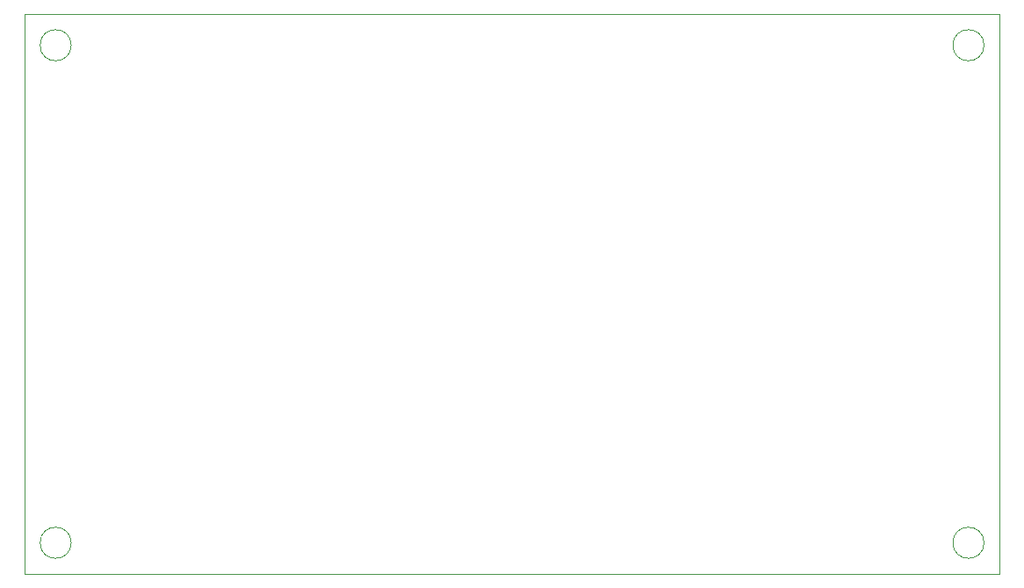
<source format=gm1>
G04 #@! TF.GenerationSoftware,KiCad,Pcbnew,(2017-04-22 revision b38541345)-makepkg*
G04 #@! TF.CreationDate,2017-06-22T14:02:38-07:00*
G04 #@! TF.ProjectId,WifiRelay,5769666952656C61792E6B696361645F,rev?*
G04 #@! TF.FileFunction,Profile,NP*
%FSLAX46Y46*%
G04 Gerber Fmt 4.6, Leading zero omitted, Abs format (unit mm)*
G04 Created by KiCad (PCBNEW (2017-04-22 revision b38541345)-makepkg) date 06/22/17 14:02:38*
%MOMM*%
%LPD*%
G01*
G04 APERTURE LIST*
%ADD10C,0.100000*%
%ADD11C,0.025400*%
G04 APERTURE END LIST*
D10*
D11*
X150545600Y-78708000D02*
G75*
G03X150545600Y-78708000I-1500000J0D01*
G01*
X62545600Y-126708000D02*
G75*
G03X62545600Y-126708000I-1500000J0D01*
G01*
X150545600Y-126708000D02*
G75*
G03X150545600Y-126708000I-1500000J0D01*
G01*
X62545600Y-78708000D02*
G75*
G03X62545600Y-78708000I-1500000J0D01*
G01*
X58045600Y-129708000D02*
X58045600Y-75708000D01*
X152045600Y-129708000D02*
X58045600Y-129708000D01*
X152045600Y-75708000D02*
X152045600Y-129708000D01*
X58045600Y-75708000D02*
X152045600Y-75708000D01*
M02*

</source>
